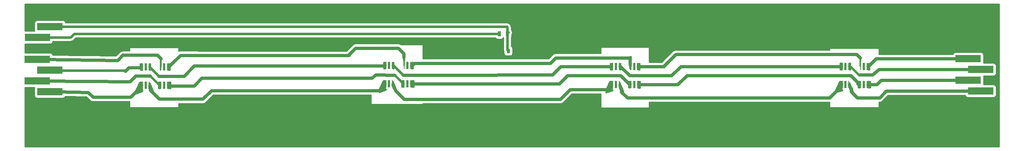
<source format=gtl>
G04 #@! TF.FileFunction,Copper,L1,Top,Signal*
%FSLAX46Y46*%
G04 Gerber Fmt 4.6, Leading zero omitted, Abs format (unit mm)*
G04 Created by KiCad (PCBNEW 4.0.2-stable) date Vendredi 08 juillet 2016 18:35:17*
%MOMM*%
G01*
G04 APERTURE LIST*
%ADD10C,0.100000*%
%ADD11R,0.700000X1.300000*%
%ADD12R,0.800000X1.000000*%
%ADD13R,0.500000X1.800000*%
%ADD14R,0.250000X1.800000*%
%ADD15R,5.970000X1.780000*%
%ADD16C,0.800000*%
%ADD17C,0.300000*%
%ADD18C,0.600000*%
%ADD19C,0.254000*%
G04 APERTURE END LIST*
D10*
D11*
X152640000Y-77650000D03*
X154540000Y-77650000D03*
D12*
X154740000Y-81720000D03*
X157140000Y-81720000D03*
D13*
X73994200Y-85489700D03*
D14*
X74744200Y-85489700D03*
X73244200Y-85489700D03*
D13*
X69694200Y-85489700D03*
D14*
X70444200Y-85489700D03*
X68944200Y-85489700D03*
D13*
X73994200Y-89789700D03*
D14*
X74744200Y-89789700D03*
X73244200Y-89789700D03*
D13*
X69694200Y-89789700D03*
D14*
X70444200Y-89789700D03*
X68944200Y-89789700D03*
D13*
X131076700Y-85153500D03*
D14*
X131826700Y-85153500D03*
X130326700Y-85153500D03*
D13*
X126784100Y-85153500D03*
D14*
X127534100Y-85153500D03*
X126034100Y-85153500D03*
D13*
X131076700Y-89458800D03*
D14*
X131826700Y-89458800D03*
X130326700Y-89458800D03*
D13*
X126784100Y-89458800D03*
D14*
X127534100Y-89458800D03*
X126034100Y-89458800D03*
D13*
X184280000Y-85370000D03*
D14*
X185030000Y-85370000D03*
X183530000Y-85370000D03*
D13*
X180010000Y-85370000D03*
D14*
X180760000Y-85370000D03*
X179260000Y-85370000D03*
D13*
X184300000Y-89660000D03*
D14*
X185050000Y-89660000D03*
X183550000Y-89660000D03*
D13*
X179990000Y-89660000D03*
D14*
X180740000Y-89660000D03*
X179240000Y-89660000D03*
D13*
X238190000Y-85370000D03*
D14*
X238940000Y-85370000D03*
X237440000Y-85370000D03*
D13*
X233890000Y-85360000D03*
D14*
X234640000Y-85360000D03*
X233140000Y-85360000D03*
D13*
X238170000Y-89630000D03*
D14*
X238920000Y-89630000D03*
X237420000Y-89630000D03*
D13*
X233890000Y-89640000D03*
D14*
X234640000Y-89640000D03*
X233140000Y-89640000D03*
D15*
X47165000Y-91300000D03*
X44235000Y-83680000D03*
X44235000Y-88760000D03*
X47165000Y-86220000D03*
X44255000Y-73470000D03*
X44255000Y-78550000D03*
X47185000Y-76010000D03*
X262645000Y-83550000D03*
X265575000Y-91170000D03*
X265575000Y-86090000D03*
X262645000Y-88630000D03*
D16*
X117335300Y-82753200D02*
X117335300Y-82600800D01*
X118884700Y-81051400D02*
X128905000Y-81051400D01*
X130200400Y-83248500D02*
X130200400Y-82346800D01*
X130200400Y-82346800D02*
X128905000Y-81051400D01*
D17*
X75038300Y-85489700D02*
X74744200Y-85489700D01*
X82054700Y-82740500D02*
X82067400Y-82753200D01*
D16*
X77787500Y-82740500D02*
X82054700Y-82740500D01*
X76060300Y-84467700D02*
X77787500Y-82740500D01*
X75038300Y-85489700D02*
X76060300Y-84467700D01*
X82067400Y-82753200D02*
X117335300Y-82753200D01*
X117335300Y-82600800D02*
X118884700Y-81051400D01*
D17*
X130326700Y-85153500D02*
X130326700Y-84073300D01*
X130200400Y-83947000D02*
X130200400Y-83248500D01*
X130200400Y-83248500D02*
X130200400Y-83185000D01*
X130326700Y-84073300D02*
X130200400Y-83947000D01*
D16*
X45700000Y-83720000D02*
X63057800Y-83919300D01*
X72394200Y-82689700D02*
X73244200Y-83539700D01*
D17*
X73244200Y-83539700D02*
X73244200Y-85489700D01*
D16*
X71704200Y-82689700D02*
X72344200Y-82689700D01*
X72344200Y-82689700D02*
X72394200Y-82689700D01*
X64287400Y-82689700D02*
X71704200Y-82689700D01*
X63057800Y-83919300D02*
X64287400Y-82689700D01*
D17*
X73244200Y-85489700D02*
X73244200Y-84229700D01*
X70444200Y-85489700D02*
X70644200Y-85489700D01*
D16*
X72694200Y-87639700D02*
X78644200Y-87639700D01*
D18*
X70794200Y-85639700D02*
X72694200Y-87639700D01*
D16*
X81066900Y-85217000D02*
X78644200Y-87639700D01*
X125590300Y-85217000D02*
X81066900Y-85217000D01*
D17*
X125653800Y-85153500D02*
X125590300Y-85217000D01*
X125653800Y-85153500D02*
X126034100Y-85153500D01*
X70644200Y-85489700D02*
X70794200Y-85639700D01*
D18*
X65020000Y-86325900D02*
X47270900Y-86325900D01*
X47270900Y-86325900D02*
X47165000Y-86220000D01*
D16*
X65706200Y-85639700D02*
X68494200Y-85639700D01*
X64886600Y-86459300D02*
X65020000Y-86325900D01*
X65020000Y-86325900D02*
X65706200Y-85639700D01*
D17*
X68944200Y-85489700D02*
X68494200Y-85639700D01*
D16*
X68494200Y-85639700D02*
X68444200Y-85689700D01*
X123571000Y-87350600D02*
X128067600Y-87390600D01*
D17*
X130073400Y-89458800D02*
X129591600Y-89194000D01*
X129591600Y-89194000D02*
X129591600Y-88914600D01*
D18*
X129591600Y-88914600D02*
X128080300Y-87403300D01*
D16*
X79629000Y-89979500D02*
X80987900Y-89979500D01*
X122796300Y-88125300D02*
X123571000Y-87350600D01*
X82842100Y-88125300D02*
X122796300Y-88125300D01*
X80987900Y-89979500D02*
X82842100Y-88125300D01*
D17*
X130073400Y-89458800D02*
X130326700Y-89458800D01*
D16*
X128067600Y-87390600D02*
X128080300Y-87403300D01*
D17*
X74744200Y-89789700D02*
X74892600Y-89789700D01*
D16*
X75082400Y-89979500D02*
X79629000Y-89979500D01*
X79629000Y-89979500D02*
X79667100Y-89979500D01*
D17*
X74892600Y-89789700D02*
X75082400Y-89979500D01*
D16*
X45700000Y-88760000D02*
X65955300Y-88959300D01*
X65980700Y-88984700D02*
X67335400Y-87630000D01*
X67335400Y-87630000D02*
X70719950Y-87610950D01*
D18*
X70719950Y-87610950D02*
X72879650Y-89770650D01*
D17*
X72879650Y-89770650D02*
X73244200Y-89789700D01*
D16*
X65955300Y-88959300D02*
X65980700Y-88984700D01*
D17*
X126034100Y-89458800D02*
X124802900Y-90690000D01*
D16*
X76187300Y-93052900D02*
X83083400Y-93052900D01*
X72847200Y-93052900D02*
X76187300Y-93052900D01*
X70713600Y-90919300D02*
X72847200Y-93052900D01*
D17*
X70713600Y-90817700D02*
X70713600Y-90919300D01*
X70713600Y-90817700D02*
X70444200Y-90548300D01*
D16*
X85064600Y-91071700D02*
X124802900Y-91071700D01*
X83083400Y-93052900D02*
X85064600Y-91071700D01*
D17*
X124802900Y-91071700D02*
X124802900Y-90690000D01*
X70444200Y-89789700D02*
X70444200Y-90548300D01*
D16*
X45700000Y-91260000D02*
X56166000Y-91459300D01*
X66125500Y-92608400D02*
X67479750Y-91254150D01*
D17*
X67479750Y-91254150D02*
X68944200Y-89789700D01*
D16*
X57315100Y-92608400D02*
X66125500Y-92608400D01*
X56166000Y-91459300D02*
X57315100Y-92608400D01*
D17*
X68934900Y-89789700D02*
X68944200Y-89789700D01*
X183530000Y-85370000D02*
X183530000Y-85220000D01*
X183530000Y-85220000D02*
X183300000Y-84990000D01*
D16*
X183300000Y-84990000D02*
X183300000Y-83550000D01*
X183300000Y-83550000D02*
X183070000Y-83320000D01*
X183070000Y-83320000D02*
X165850000Y-83320000D01*
X165850000Y-83320000D02*
X164562600Y-84607400D01*
X164562600Y-84607400D02*
X139026900Y-84607400D01*
D17*
X131826700Y-85153500D02*
X132168900Y-85153500D01*
D16*
X132715000Y-84607400D02*
X139026900Y-84607400D01*
X132168900Y-85153500D02*
X132715000Y-84607400D01*
D17*
X179260000Y-85370000D02*
X178930000Y-85370000D01*
D16*
X165086700Y-87363300D02*
X167070000Y-85380000D01*
X167070000Y-85380000D02*
X178550000Y-85380000D01*
D17*
X178550000Y-85380000D02*
X178570000Y-85400000D01*
X178570000Y-85400000D02*
X178900000Y-85400000D01*
D16*
X165086700Y-87363300D02*
X138920000Y-87383300D01*
D17*
X178930000Y-85370000D02*
X178900000Y-85400000D01*
X127534100Y-85153500D02*
X127876300Y-85153500D01*
D16*
X130056100Y-87383300D02*
X138920000Y-87383300D01*
X138920000Y-87383300D02*
X139289000Y-87383300D01*
D18*
X127876300Y-85153500D02*
X130056100Y-87383300D01*
D17*
X183020000Y-89420000D02*
X183020000Y-89560000D01*
X132371200Y-89458800D02*
X132380000Y-89450000D01*
D16*
X132380000Y-89450000D02*
X166740000Y-89450000D01*
X166740000Y-89450000D02*
X168680000Y-87510000D01*
X168680000Y-87510000D02*
X181110000Y-87510000D01*
X181110000Y-87510000D02*
X183020000Y-89420000D01*
D17*
X131826700Y-89458800D02*
X132371200Y-89458800D01*
X183120000Y-89660000D02*
X183550000Y-89660000D01*
X183020000Y-89560000D02*
X183120000Y-89660000D01*
D16*
X138240000Y-93065600D02*
X166974400Y-93065600D01*
D17*
X178510000Y-90390000D02*
X179240000Y-89660000D01*
X178510000Y-90400000D02*
X178510000Y-90390000D01*
D16*
X178120000Y-90790000D02*
X178510000Y-90400000D01*
X169250000Y-90790000D02*
X178120000Y-90790000D01*
X166974400Y-93065600D02*
X169250000Y-90790000D01*
D17*
X127534100Y-89458800D02*
X127534100Y-89853200D01*
X127534100Y-89853200D02*
X128270000Y-90589100D01*
X128270000Y-90589100D02*
X128270000Y-91059000D01*
D16*
X128270000Y-91059000D02*
X130276600Y-93065600D01*
X130276600Y-93065600D02*
X138240000Y-93065600D01*
X138240000Y-93065600D02*
X138391900Y-93065600D01*
X191290000Y-85370000D02*
X191290000Y-85270000D01*
D17*
X237290000Y-85220000D02*
X237440000Y-85370000D01*
X237290000Y-83330000D02*
X237290000Y-85220000D01*
D16*
X236460000Y-82500000D02*
X237290000Y-83330000D01*
X194060000Y-82500000D02*
X236460000Y-82500000D01*
X191290000Y-85270000D02*
X194060000Y-82500000D01*
D17*
X185030000Y-85370000D02*
X185410000Y-85370000D01*
D16*
X191290000Y-85370000D02*
X191290000Y-85380000D01*
X185410000Y-85370000D02*
X191290000Y-85370000D01*
X191170000Y-87520000D02*
X193050000Y-87520000D01*
X181030000Y-85370000D02*
X183180000Y-87520000D01*
X183180000Y-87520000D02*
X191170000Y-87520000D01*
D17*
X180760000Y-85370000D02*
X181030000Y-85370000D01*
X232760000Y-85360000D02*
X233140000Y-85360000D01*
X232750000Y-85370000D02*
X232760000Y-85360000D01*
D16*
X195200000Y-85370000D02*
X232750000Y-85370000D01*
X193050000Y-87520000D02*
X195200000Y-85370000D01*
X190960000Y-89660000D02*
X194460000Y-89660000D01*
D17*
X237020000Y-89630000D02*
X237420000Y-89630000D01*
X236770000Y-89420000D02*
X237020000Y-89630000D01*
D16*
X236770000Y-89150000D02*
X236770000Y-89420000D01*
X235080000Y-87510000D02*
X236770000Y-89150000D01*
X196660000Y-87490000D02*
X235080000Y-87510000D01*
X194460000Y-89660000D02*
X196660000Y-87490000D01*
D17*
X185050000Y-89660000D02*
X185380000Y-89660000D01*
D16*
X185380000Y-89660000D02*
X190960000Y-89660000D01*
X190960000Y-89660000D02*
X191120000Y-89660000D01*
D17*
X233140000Y-89640000D02*
X233010000Y-89640000D01*
D16*
X230100000Y-92770000D02*
X232520000Y-90350000D01*
D17*
X232520000Y-90350000D02*
X232520000Y-90130000D01*
X232520000Y-90130000D02*
X232870000Y-89780000D01*
D16*
X230100000Y-92770000D02*
X191080000Y-92770000D01*
D17*
X233010000Y-89640000D02*
X232870000Y-89780000D01*
X180740000Y-89660000D02*
X180740000Y-89990000D01*
X180740000Y-89990000D02*
X181300000Y-90550000D01*
D16*
X181300000Y-90550000D02*
X181300000Y-91380000D01*
X181300000Y-91380000D02*
X182690000Y-92770000D01*
X182690000Y-92770000D02*
X191080000Y-92770000D01*
X191080000Y-92770000D02*
X191220000Y-92770000D01*
D17*
X238940000Y-85370000D02*
X239200000Y-85370000D01*
D16*
X241020000Y-83550000D02*
X262645000Y-83550000D01*
X239200000Y-85370000D02*
X241020000Y-83550000D01*
D17*
X234640000Y-85360000D02*
X235040000Y-85360000D01*
D16*
X237050000Y-87300000D02*
X240240000Y-87300000D01*
X240240000Y-87300000D02*
X241720000Y-86030000D01*
X241720000Y-86030000D02*
X266075000Y-86030000D01*
D17*
X236990000Y-87300000D02*
X237050000Y-87300000D01*
D18*
X235040000Y-85360000D02*
X236990000Y-87300000D01*
D16*
X262645000Y-88630000D02*
X242260000Y-88630000D01*
D17*
X239440000Y-89630000D02*
X238920000Y-89630000D01*
X239450000Y-89640000D02*
X239440000Y-89630000D01*
D16*
X239560000Y-89640000D02*
X239450000Y-89640000D01*
X239580000Y-89660000D02*
X239560000Y-89640000D01*
X241230000Y-89660000D02*
X239580000Y-89660000D01*
X242260000Y-88630000D02*
X241230000Y-89660000D01*
X265575000Y-91170000D02*
X243440000Y-91170000D01*
D17*
X235210000Y-90570000D02*
X234640000Y-90000000D01*
D16*
X235210000Y-91290000D02*
X235210000Y-90570000D01*
X236650000Y-92730000D02*
X235210000Y-91290000D01*
X241880000Y-92730000D02*
X236650000Y-92730000D01*
X243440000Y-91170000D02*
X241880000Y-92730000D01*
D17*
X234640000Y-90000000D02*
X234640000Y-89640000D01*
D18*
X157140000Y-81720000D02*
X157140000Y-76080000D01*
X154530000Y-73470000D02*
X44255000Y-73470000D01*
X157140000Y-76080000D02*
X154530000Y-73470000D01*
X157140000Y-81720000D02*
X157280000Y-81720000D01*
X154540000Y-77650000D02*
X154540000Y-81520000D01*
X154540000Y-81520000D02*
X154740000Y-81720000D01*
X154540000Y-77650000D02*
X154540000Y-76160000D01*
X154390000Y-76010000D02*
X47185000Y-76010000D01*
X154540000Y-76160000D02*
X154390000Y-76010000D01*
X154740000Y-77390000D02*
X154510000Y-77160000D01*
X152640000Y-77650000D02*
X52890000Y-77650000D01*
X51990000Y-78550000D02*
X44255000Y-78550000D01*
X52890000Y-77650000D02*
X51990000Y-78550000D01*
D19*
G36*
X73096760Y-90551000D02*
X72631300Y-90551000D01*
X72631300Y-89014300D01*
X73096760Y-89014300D01*
X73096760Y-90551000D01*
X73096760Y-90551000D01*
G37*
X73096760Y-90551000D02*
X72631300Y-90551000D01*
X72631300Y-89014300D01*
X73096760Y-89014300D01*
X73096760Y-90551000D01*
G36*
X68796760Y-90689700D02*
X68841038Y-90925017D01*
X68947030Y-91089733D01*
X68947754Y-91202711D01*
X67348100Y-91860103D01*
X67348100Y-90973507D01*
X68279038Y-89027000D01*
X68796760Y-89027000D01*
X68796760Y-90689700D01*
X68796760Y-90689700D01*
G37*
X68796760Y-90689700D02*
X68841038Y-90925017D01*
X68947030Y-91089733D01*
X68947754Y-91202711D01*
X67348100Y-91860103D01*
X67348100Y-90973507D01*
X68279038Y-89027000D01*
X68796760Y-89027000D01*
X68796760Y-90689700D01*
G36*
X75311897Y-86245700D02*
X74891640Y-86245700D01*
X74891640Y-84709000D01*
X75322796Y-84709000D01*
X75311897Y-86245700D01*
X75311897Y-86245700D01*
G37*
X75311897Y-86245700D02*
X74891640Y-86245700D01*
X74891640Y-84709000D01*
X75322796Y-84709000D01*
X75311897Y-86245700D01*
G36*
X75488800Y-90563700D02*
X74891640Y-90563700D01*
X74891640Y-89027000D01*
X75488800Y-89027000D01*
X75488800Y-90563700D01*
X75488800Y-90563700D01*
G37*
X75488800Y-90563700D02*
X74891640Y-90563700D01*
X74891640Y-89027000D01*
X75488800Y-89027000D01*
X75488800Y-90563700D01*
G36*
X71440016Y-91349092D02*
X71256740Y-91779391D01*
X70566051Y-90816062D01*
X70591640Y-90689700D01*
X70591640Y-89183501D01*
X71440016Y-91349092D01*
X71440016Y-91349092D01*
G37*
X71440016Y-91349092D02*
X71256740Y-91779391D01*
X70566051Y-90816062D01*
X70591640Y-90689700D01*
X70591640Y-89183501D01*
X71440016Y-91349092D01*
G36*
X125886660Y-85930100D02*
X125455920Y-85930100D01*
X125434104Y-84384100D01*
X125886660Y-84384100D01*
X125886660Y-85930100D01*
X125886660Y-85930100D01*
G37*
X125886660Y-85930100D02*
X125455920Y-85930100D01*
X125434104Y-84384100D01*
X125886660Y-84384100D01*
X125886660Y-85930100D01*
G36*
X130354500Y-83819792D02*
X130230269Y-84001610D01*
X130179260Y-84253500D01*
X130179260Y-84271505D01*
X130068396Y-82933359D01*
X130354500Y-82926762D01*
X130354500Y-83819792D01*
X130354500Y-83819792D01*
G37*
X130354500Y-83819792D02*
X130230269Y-84001610D01*
X130179260Y-84253500D01*
X130179260Y-84271505D01*
X130068396Y-82933359D01*
X130354500Y-82926762D01*
X130354500Y-83819792D01*
G36*
X130179260Y-90220800D02*
X129717800Y-90220800D01*
X129717800Y-88684100D01*
X130179260Y-88684100D01*
X130179260Y-90220800D01*
X130179260Y-90220800D01*
G37*
X130179260Y-90220800D02*
X129717800Y-90220800D01*
X129717800Y-88684100D01*
X130179260Y-88684100D01*
X130179260Y-90220800D01*
G36*
X127865377Y-85940900D02*
X127681540Y-85940900D01*
X127681540Y-84391500D01*
X127887199Y-84391500D01*
X127865377Y-85940900D01*
X127865377Y-85940900D01*
G37*
X127865377Y-85940900D02*
X127681540Y-85940900D01*
X127681540Y-84391500D01*
X127887199Y-84391500D01*
X127865377Y-85940900D01*
G36*
X132398397Y-85915500D02*
X131974140Y-85915500D01*
X131974140Y-84378800D01*
X132409296Y-84378800D01*
X132398397Y-85915500D01*
X132398397Y-85915500D01*
G37*
X132398397Y-85915500D02*
X131974140Y-85915500D01*
X131974140Y-84378800D01*
X132409296Y-84378800D01*
X132398397Y-85915500D01*
G36*
X132575300Y-90233500D02*
X131974140Y-90233500D01*
X131974140Y-88696800D01*
X132575300Y-88696800D01*
X132575300Y-90233500D01*
X132575300Y-90233500D01*
G37*
X132575300Y-90233500D02*
X131974140Y-90233500D01*
X131974140Y-88696800D01*
X132575300Y-88696800D01*
X132575300Y-90233500D01*
G36*
X128526516Y-91018892D02*
X128343240Y-91449191D01*
X127655092Y-90489405D01*
X127681540Y-90358800D01*
X127681540Y-88861980D01*
X128526516Y-91018892D01*
X128526516Y-91018892D01*
G37*
X128526516Y-91018892D02*
X128343240Y-91449191D01*
X127655092Y-90489405D01*
X127681540Y-90358800D01*
X127681540Y-88861980D01*
X128526516Y-91018892D01*
G36*
X235636970Y-91193173D02*
X235454240Y-91622191D01*
X234763410Y-90658664D01*
X234787440Y-90540000D01*
X234787440Y-89138711D01*
X235636970Y-91193173D01*
X235636970Y-91193173D01*
G37*
X235636970Y-91193173D02*
X235454240Y-91622191D01*
X234763410Y-90658664D01*
X234787440Y-90540000D01*
X234787440Y-89138711D01*
X235636970Y-91193173D01*
G36*
X239686300Y-90406500D02*
X239067440Y-90406500D01*
X239067440Y-88869800D01*
X239686300Y-88869800D01*
X239686300Y-90406500D01*
X239686300Y-90406500D01*
G37*
X239686300Y-90406500D02*
X239067440Y-90406500D01*
X239067440Y-88869800D01*
X239686300Y-88869800D01*
X239686300Y-90406500D01*
G36*
X239519397Y-86138500D02*
X239087440Y-86138500D01*
X239087440Y-84601800D01*
X239530296Y-84601800D01*
X239519397Y-86138500D01*
X239519397Y-86138500D01*
G37*
X239519397Y-86138500D02*
X239087440Y-86138500D01*
X239087440Y-84601800D01*
X239530296Y-84601800D01*
X239519397Y-86138500D01*
G36*
X232992560Y-90540000D02*
X233036838Y-90775317D01*
X233144799Y-90943093D01*
X233145299Y-91036803D01*
X231545600Y-91529861D01*
X231545600Y-90816563D01*
X232476753Y-88888651D01*
X232992560Y-88881175D01*
X232992560Y-90540000D01*
X232992560Y-90540000D01*
G37*
X232992560Y-90540000D02*
X233036838Y-90775317D01*
X233144799Y-90943093D01*
X233145299Y-91036803D01*
X231545600Y-91529861D01*
X231545600Y-90816563D01*
X232476753Y-88888651D01*
X232992560Y-88881175D01*
X232992560Y-90540000D01*
G36*
X237272560Y-90393800D02*
X236828800Y-90393800D01*
X236828800Y-88857100D01*
X237272560Y-88857100D01*
X237272560Y-90393800D01*
X237272560Y-90393800D01*
G37*
X237272560Y-90393800D02*
X236828800Y-90393800D01*
X236828800Y-88857100D01*
X237272560Y-88857100D01*
X237272560Y-90393800D01*
G36*
X237435500Y-84083564D02*
X237343569Y-84218110D01*
X237292560Y-84470000D01*
X237292560Y-84642194D01*
X237150986Y-83146322D01*
X237435500Y-83139762D01*
X237435500Y-84083564D01*
X237435500Y-84083564D01*
G37*
X237435500Y-84083564D02*
X237343569Y-84218110D01*
X237292560Y-84470000D01*
X237292560Y-84642194D01*
X237150986Y-83146322D01*
X237435500Y-83139762D01*
X237435500Y-84083564D01*
G36*
X183402560Y-90421900D02*
X182966000Y-90421900D01*
X182966000Y-88885200D01*
X183402560Y-88885200D01*
X183402560Y-90421900D01*
X183402560Y-90421900D01*
G37*
X183402560Y-90421900D02*
X182966000Y-90421900D01*
X182966000Y-88885200D01*
X183402560Y-88885200D01*
X183402560Y-90421900D01*
G36*
X181754518Y-91220456D02*
X181571440Y-91650291D01*
X180865919Y-90666274D01*
X180887440Y-90560000D01*
X180887440Y-89050667D01*
X181754518Y-91220456D01*
X181754518Y-91220456D01*
G37*
X181754518Y-91220456D02*
X181571440Y-91650291D01*
X180865919Y-90666274D01*
X180887440Y-90560000D01*
X180887440Y-89050667D01*
X181754518Y-91220456D01*
G36*
X73250325Y-84187714D02*
X73147769Y-84337810D01*
X73096760Y-84589700D01*
X73096760Y-86273000D01*
X73047000Y-86273000D01*
X73047000Y-83507000D01*
X73252579Y-83507000D01*
X73250325Y-84187714D01*
X73250325Y-84187714D01*
G37*
X73250325Y-84187714D02*
X73147769Y-84337810D01*
X73096760Y-84589700D01*
X73096760Y-86273000D01*
X73047000Y-86273000D01*
X73047000Y-83507000D01*
X73252579Y-83507000D01*
X73250325Y-84187714D01*
G36*
X68796760Y-86273000D02*
X68376300Y-86273000D01*
X68367704Y-84717000D01*
X68796760Y-84717000D01*
X68796760Y-86273000D01*
X68796760Y-86273000D01*
G37*
X68796760Y-86273000D02*
X68376300Y-86273000D01*
X68367704Y-84717000D01*
X68796760Y-84717000D01*
X68796760Y-86273000D01*
G36*
X70794403Y-86263000D02*
X70591640Y-86263000D01*
X70591640Y-84717000D01*
X70811581Y-84717000D01*
X70794403Y-86263000D01*
X70794403Y-86263000D01*
G37*
X70794403Y-86263000D02*
X70591640Y-86263000D01*
X70591640Y-84717000D01*
X70811581Y-84717000D01*
X70794403Y-86263000D01*
G36*
X179112560Y-86143000D02*
X178676296Y-86143000D01*
X178667707Y-84597000D01*
X179112560Y-84597000D01*
X179112560Y-86143000D01*
X179112560Y-86143000D01*
G37*
X179112560Y-86143000D02*
X178676296Y-86143000D01*
X178667707Y-84597000D01*
X179112560Y-84597000D01*
X179112560Y-86143000D01*
G36*
X181113000Y-86143000D02*
X180907440Y-86143000D01*
X180907440Y-84597000D01*
X181113000Y-84597000D01*
X181113000Y-86143000D01*
X181113000Y-86143000D01*
G37*
X181113000Y-86143000D02*
X180907440Y-86143000D01*
X180907440Y-84597000D01*
X181113000Y-84597000D01*
X181113000Y-86143000D01*
G36*
X183533000Y-84072588D02*
X183433569Y-84218110D01*
X183382560Y-84470000D01*
X183382560Y-86037808D01*
X183236426Y-85846322D01*
X183198717Y-83037000D01*
X183533000Y-83037000D01*
X183533000Y-84072588D01*
X183533000Y-84072588D01*
G37*
X183533000Y-84072588D02*
X183433569Y-84218110D01*
X183382560Y-84470000D01*
X183382560Y-86037808D01*
X183236426Y-85846322D01*
X183198717Y-83037000D01*
X183533000Y-83037000D01*
X183533000Y-84072588D01*
G36*
X185623000Y-86143000D02*
X185177440Y-86143000D01*
X185177440Y-84597000D01*
X185623000Y-84597000D01*
X185623000Y-86143000D01*
X185623000Y-86143000D01*
G37*
X185623000Y-86143000D02*
X185177440Y-86143000D01*
X185177440Y-84597000D01*
X185623000Y-84597000D01*
X185623000Y-86143000D01*
G36*
X185633000Y-90433000D02*
X185197440Y-90433000D01*
X185197440Y-88887000D01*
X185633000Y-88887000D01*
X185633000Y-90433000D01*
X185633000Y-90433000D01*
G37*
X185633000Y-90433000D02*
X185197440Y-90433000D01*
X185197440Y-88887000D01*
X185633000Y-88887000D01*
X185633000Y-90433000D01*
G36*
X232992560Y-86133000D02*
X232567000Y-86133000D01*
X232567000Y-84587000D01*
X232992560Y-84587000D01*
X232992560Y-86133000D01*
X232992560Y-86133000D01*
G37*
X232992560Y-86133000D02*
X232567000Y-86133000D01*
X232567000Y-84587000D01*
X232992560Y-84587000D01*
X232992560Y-86133000D01*
G36*
X235073000Y-86133000D02*
X234787440Y-86133000D01*
X234787440Y-84587000D01*
X235073000Y-84587000D01*
X235073000Y-86133000D01*
X235073000Y-86133000D01*
G37*
X235073000Y-86133000D02*
X234787440Y-86133000D01*
X234787440Y-84587000D01*
X235073000Y-84587000D01*
X235073000Y-86133000D01*
G36*
X125886660Y-90358800D02*
X125930938Y-90594117D01*
X126047191Y-90774779D01*
X126047754Y-90862711D01*
X124448100Y-91520103D01*
X124448100Y-90633507D01*
X125379038Y-88687000D01*
X125886660Y-88687000D01*
X125886660Y-90358800D01*
X125886660Y-90358800D01*
G37*
X125886660Y-90358800D02*
X125930938Y-90594117D01*
X126047191Y-90774779D01*
X126047754Y-90862711D01*
X124448100Y-91520103D01*
X124448100Y-90633507D01*
X125379038Y-88687000D01*
X125886660Y-88687000D01*
X125886660Y-90358800D01*
G36*
X179092560Y-90560000D02*
X179136838Y-90795317D01*
X179241994Y-90958734D01*
X179242503Y-91054901D01*
X177642800Y-91547961D01*
X177642800Y-90834407D01*
X178574290Y-88886746D01*
X179092560Y-88879234D01*
X179092560Y-90560000D01*
X179092560Y-90560000D01*
G37*
X179092560Y-90560000D02*
X179136838Y-90795317D01*
X179241994Y-90958734D01*
X179242503Y-91054901D01*
X177642800Y-91547961D01*
X177642800Y-90834407D01*
X178574290Y-88886746D01*
X179092560Y-88879234D01*
X179092560Y-90560000D01*
G36*
X269955000Y-104315000D02*
X41325000Y-104315000D01*
X41325000Y-90297440D01*
X43555354Y-90297440D01*
X43532560Y-90410000D01*
X43532560Y-92190000D01*
X43576838Y-92425317D01*
X43715910Y-92641441D01*
X43928110Y-92786431D01*
X44180000Y-92837440D01*
X50150000Y-92837440D01*
X50385317Y-92793162D01*
X50601441Y-92654090D01*
X50746431Y-92441890D01*
X50756640Y-92391479D01*
X55729157Y-92486169D01*
X56583242Y-93340253D01*
X56583244Y-93340256D01*
X56825097Y-93501856D01*
X56919023Y-93564615D01*
X57315100Y-93643401D01*
X57315105Y-93643400D01*
X65863000Y-93643400D01*
X65863000Y-94910000D01*
X65873006Y-94959410D01*
X65901447Y-95001035D01*
X65943841Y-95028315D01*
X65990000Y-95037000D01*
X77300000Y-95037000D01*
X77349410Y-95026994D01*
X77391035Y-94998553D01*
X77418315Y-94956159D01*
X77427000Y-94910000D01*
X77427000Y-94087900D01*
X83083395Y-94087900D01*
X83083400Y-94087901D01*
X83479477Y-94009115D01*
X83815256Y-93784756D01*
X85493311Y-92106700D01*
X122533000Y-92106700D01*
X122533000Y-94150000D01*
X122543006Y-94199410D01*
X122571447Y-94241035D01*
X122613841Y-94268315D01*
X122660000Y-94277000D01*
X134590000Y-94277000D01*
X134639410Y-94266994D01*
X134681035Y-94238553D01*
X134708315Y-94196159D01*
X134717000Y-94150000D01*
X134717000Y-94100600D01*
X166974395Y-94100600D01*
X166974400Y-94100601D01*
X167370477Y-94021815D01*
X167706256Y-93797456D01*
X169678711Y-91825000D01*
X176453000Y-91825000D01*
X176453000Y-95000000D01*
X176463006Y-95049410D01*
X176491447Y-95091035D01*
X176533841Y-95118315D01*
X176580000Y-95127000D01*
X187650000Y-95127000D01*
X187699410Y-95116994D01*
X187741035Y-95088553D01*
X187768315Y-95046159D01*
X187777000Y-95000000D01*
X187777000Y-93805000D01*
X230099995Y-93805000D01*
X230100000Y-93805001D01*
X230153000Y-93794458D01*
X230153000Y-94940000D01*
X230163006Y-94989410D01*
X230191447Y-95031035D01*
X230233841Y-95058315D01*
X230280000Y-95067000D01*
X241630000Y-95067000D01*
X241679410Y-95056994D01*
X241721035Y-95028553D01*
X241748315Y-94986159D01*
X241757000Y-94940000D01*
X241757000Y-93765000D01*
X241879995Y-93765000D01*
X241880000Y-93765001D01*
X242276077Y-93686215D01*
X242611856Y-93461856D01*
X243868711Y-92205000D01*
X261969844Y-92205000D01*
X261986838Y-92295317D01*
X262125910Y-92511441D01*
X262338110Y-92656431D01*
X262590000Y-92707440D01*
X268560000Y-92707440D01*
X268795317Y-92663162D01*
X269011441Y-92524090D01*
X269156431Y-92311890D01*
X269207440Y-92060000D01*
X269207440Y-90280000D01*
X269163162Y-90044683D01*
X269024090Y-89828559D01*
X268811890Y-89683569D01*
X268560000Y-89632560D01*
X266254646Y-89632560D01*
X266277440Y-89520000D01*
X266277440Y-87740000D01*
X266256260Y-87627440D01*
X268560000Y-87627440D01*
X268795317Y-87583162D01*
X269011441Y-87444090D01*
X269156431Y-87231890D01*
X269207440Y-86980000D01*
X269207440Y-85200000D01*
X269163162Y-84964683D01*
X269024090Y-84748559D01*
X268811890Y-84603569D01*
X268560000Y-84552560D01*
X266254646Y-84552560D01*
X266277440Y-84440000D01*
X266277440Y-82660000D01*
X266233162Y-82424683D01*
X266094090Y-82208559D01*
X265881890Y-82063569D01*
X265630000Y-82012560D01*
X259660000Y-82012560D01*
X259424683Y-82056838D01*
X259208559Y-82195910D01*
X259063569Y-82408110D01*
X259041923Y-82515000D01*
X241757000Y-82515000D01*
X241757000Y-81190000D01*
X241746994Y-81140590D01*
X241718553Y-81098965D01*
X241676159Y-81071685D01*
X241630000Y-81063000D01*
X230280000Y-81063000D01*
X230230590Y-81073006D01*
X230188965Y-81101447D01*
X230161685Y-81143841D01*
X230153000Y-81190000D01*
X230153000Y-81465000D01*
X194060005Y-81465000D01*
X194060000Y-81464999D01*
X193663923Y-81543785D01*
X193328144Y-81768144D01*
X193328142Y-81768147D01*
X190761288Y-84335000D01*
X187777000Y-84335000D01*
X187777000Y-80970000D01*
X187766994Y-80920590D01*
X187738553Y-80878965D01*
X187696159Y-80851685D01*
X187650000Y-80843000D01*
X176580000Y-80843000D01*
X176530590Y-80853006D01*
X176488965Y-80881447D01*
X176461685Y-80923841D01*
X176453000Y-80970000D01*
X176453000Y-82285000D01*
X165850005Y-82285000D01*
X165850000Y-82284999D01*
X165487415Y-82357123D01*
X165453923Y-82363785D01*
X165118144Y-82588144D01*
X165118142Y-82588147D01*
X164133888Y-83572400D01*
X134717000Y-83572400D01*
X134717000Y-80370000D01*
X134706994Y-80320590D01*
X134678553Y-80278965D01*
X134636159Y-80251685D01*
X134590000Y-80243000D01*
X129522299Y-80243000D01*
X129301077Y-80095185D01*
X128905000Y-80016399D01*
X128904995Y-80016400D01*
X118884700Y-80016400D01*
X118488623Y-80095185D01*
X118152844Y-80319544D01*
X118152842Y-80319547D01*
X116754188Y-81718200D01*
X82118547Y-81718200D01*
X82054700Y-81705500D01*
X77787505Y-81705500D01*
X77787500Y-81705499D01*
X77427000Y-81777208D01*
X77427000Y-81030000D01*
X77416994Y-80980590D01*
X77388553Y-80938965D01*
X77346159Y-80911685D01*
X77300000Y-80903000D01*
X65990000Y-80903000D01*
X65940590Y-80913006D01*
X65898965Y-80941447D01*
X65871685Y-80983841D01*
X65863000Y-81030000D01*
X65863000Y-81654700D01*
X64287405Y-81654700D01*
X64287400Y-81654699D01*
X63891323Y-81733485D01*
X63555544Y-81957844D01*
X62634022Y-82879366D01*
X47852320Y-82709644D01*
X47823162Y-82554683D01*
X47684090Y-82338559D01*
X47471890Y-82193569D01*
X47220000Y-82142560D01*
X41325000Y-82142560D01*
X41325000Y-80087440D01*
X47240000Y-80087440D01*
X47475317Y-80043162D01*
X47691441Y-79904090D01*
X47836431Y-79691890D01*
X47878327Y-79485000D01*
X51990000Y-79485000D01*
X52347809Y-79413827D01*
X52651145Y-79211145D01*
X53277290Y-78585000D01*
X151718808Y-78585000D01*
X151825910Y-78751441D01*
X152038110Y-78896431D01*
X152290000Y-78947440D01*
X152990000Y-78947440D01*
X153225317Y-78903162D01*
X153441441Y-78764090D01*
X153586431Y-78551890D01*
X153589081Y-78538803D01*
X153605000Y-78563542D01*
X153605000Y-81520000D01*
X153676173Y-81877809D01*
X153692560Y-81902334D01*
X153692560Y-82220000D01*
X153736838Y-82455317D01*
X153875910Y-82671441D01*
X154088110Y-82816431D01*
X154340000Y-82867440D01*
X155140000Y-82867440D01*
X155375317Y-82823162D01*
X155591441Y-82684090D01*
X155736431Y-82471890D01*
X155787440Y-82220000D01*
X155787440Y-81220000D01*
X155743162Y-80984683D01*
X155604090Y-80768559D01*
X155475000Y-80680356D01*
X155475000Y-78568620D01*
X155486431Y-78551890D01*
X155537440Y-78300000D01*
X155537440Y-77847164D01*
X155603827Y-77747809D01*
X155675000Y-77390000D01*
X155603827Y-77032191D01*
X155519848Y-76906507D01*
X155493162Y-76764683D01*
X155475000Y-76736458D01*
X155475000Y-76160000D01*
X155403827Y-75802191D01*
X155201145Y-75498855D01*
X155051145Y-75348855D01*
X154747809Y-75146173D01*
X154390000Y-75075000D01*
X50808973Y-75075000D01*
X50773162Y-74884683D01*
X50634090Y-74668559D01*
X50421890Y-74523569D01*
X50170000Y-74472560D01*
X44200000Y-74472560D01*
X43964683Y-74516838D01*
X43748559Y-74655910D01*
X43603569Y-74868110D01*
X43552560Y-75120000D01*
X43552560Y-76900000D01*
X43573740Y-77012560D01*
X41325000Y-77012560D01*
X41325000Y-70685000D01*
X269955000Y-70685000D01*
X269955000Y-104315000D01*
X269955000Y-104315000D01*
G37*
X269955000Y-104315000D02*
X41325000Y-104315000D01*
X41325000Y-90297440D01*
X43555354Y-90297440D01*
X43532560Y-90410000D01*
X43532560Y-92190000D01*
X43576838Y-92425317D01*
X43715910Y-92641441D01*
X43928110Y-92786431D01*
X44180000Y-92837440D01*
X50150000Y-92837440D01*
X50385317Y-92793162D01*
X50601441Y-92654090D01*
X50746431Y-92441890D01*
X50756640Y-92391479D01*
X55729157Y-92486169D01*
X56583242Y-93340253D01*
X56583244Y-93340256D01*
X56825097Y-93501856D01*
X56919023Y-93564615D01*
X57315100Y-93643401D01*
X57315105Y-93643400D01*
X65863000Y-93643400D01*
X65863000Y-94910000D01*
X65873006Y-94959410D01*
X65901447Y-95001035D01*
X65943841Y-95028315D01*
X65990000Y-95037000D01*
X77300000Y-95037000D01*
X77349410Y-95026994D01*
X77391035Y-94998553D01*
X77418315Y-94956159D01*
X77427000Y-94910000D01*
X77427000Y-94087900D01*
X83083395Y-94087900D01*
X83083400Y-94087901D01*
X83479477Y-94009115D01*
X83815256Y-93784756D01*
X85493311Y-92106700D01*
X122533000Y-92106700D01*
X122533000Y-94150000D01*
X122543006Y-94199410D01*
X122571447Y-94241035D01*
X122613841Y-94268315D01*
X122660000Y-94277000D01*
X134590000Y-94277000D01*
X134639410Y-94266994D01*
X134681035Y-94238553D01*
X134708315Y-94196159D01*
X134717000Y-94150000D01*
X134717000Y-94100600D01*
X166974395Y-94100600D01*
X166974400Y-94100601D01*
X167370477Y-94021815D01*
X167706256Y-93797456D01*
X169678711Y-91825000D01*
X176453000Y-91825000D01*
X176453000Y-95000000D01*
X176463006Y-95049410D01*
X176491447Y-95091035D01*
X176533841Y-95118315D01*
X176580000Y-95127000D01*
X187650000Y-95127000D01*
X187699410Y-95116994D01*
X187741035Y-95088553D01*
X187768315Y-95046159D01*
X187777000Y-95000000D01*
X187777000Y-93805000D01*
X230099995Y-93805000D01*
X230100000Y-93805001D01*
X230153000Y-93794458D01*
X230153000Y-94940000D01*
X230163006Y-94989410D01*
X230191447Y-95031035D01*
X230233841Y-95058315D01*
X230280000Y-95067000D01*
X241630000Y-95067000D01*
X241679410Y-95056994D01*
X241721035Y-95028553D01*
X241748315Y-94986159D01*
X241757000Y-94940000D01*
X241757000Y-93765000D01*
X241879995Y-93765000D01*
X241880000Y-93765001D01*
X242276077Y-93686215D01*
X242611856Y-93461856D01*
X243868711Y-92205000D01*
X261969844Y-92205000D01*
X261986838Y-92295317D01*
X262125910Y-92511441D01*
X262338110Y-92656431D01*
X262590000Y-92707440D01*
X268560000Y-92707440D01*
X268795317Y-92663162D01*
X269011441Y-92524090D01*
X269156431Y-92311890D01*
X269207440Y-92060000D01*
X269207440Y-90280000D01*
X269163162Y-90044683D01*
X269024090Y-89828559D01*
X268811890Y-89683569D01*
X268560000Y-89632560D01*
X266254646Y-89632560D01*
X266277440Y-89520000D01*
X266277440Y-87740000D01*
X266256260Y-87627440D01*
X268560000Y-87627440D01*
X268795317Y-87583162D01*
X269011441Y-87444090D01*
X269156431Y-87231890D01*
X269207440Y-86980000D01*
X269207440Y-85200000D01*
X269163162Y-84964683D01*
X269024090Y-84748559D01*
X268811890Y-84603569D01*
X268560000Y-84552560D01*
X266254646Y-84552560D01*
X266277440Y-84440000D01*
X266277440Y-82660000D01*
X266233162Y-82424683D01*
X266094090Y-82208559D01*
X265881890Y-82063569D01*
X265630000Y-82012560D01*
X259660000Y-82012560D01*
X259424683Y-82056838D01*
X259208559Y-82195910D01*
X259063569Y-82408110D01*
X259041923Y-82515000D01*
X241757000Y-82515000D01*
X241757000Y-81190000D01*
X241746994Y-81140590D01*
X241718553Y-81098965D01*
X241676159Y-81071685D01*
X241630000Y-81063000D01*
X230280000Y-81063000D01*
X230230590Y-81073006D01*
X230188965Y-81101447D01*
X230161685Y-81143841D01*
X230153000Y-81190000D01*
X230153000Y-81465000D01*
X194060005Y-81465000D01*
X194060000Y-81464999D01*
X193663923Y-81543785D01*
X193328144Y-81768144D01*
X193328142Y-81768147D01*
X190761288Y-84335000D01*
X187777000Y-84335000D01*
X187777000Y-80970000D01*
X187766994Y-80920590D01*
X187738553Y-80878965D01*
X187696159Y-80851685D01*
X187650000Y-80843000D01*
X176580000Y-80843000D01*
X176530590Y-80853006D01*
X176488965Y-80881447D01*
X176461685Y-80923841D01*
X176453000Y-80970000D01*
X176453000Y-82285000D01*
X165850005Y-82285000D01*
X165850000Y-82284999D01*
X165487415Y-82357123D01*
X165453923Y-82363785D01*
X165118144Y-82588144D01*
X165118142Y-82588147D01*
X164133888Y-83572400D01*
X134717000Y-83572400D01*
X134717000Y-80370000D01*
X134706994Y-80320590D01*
X134678553Y-80278965D01*
X134636159Y-80251685D01*
X134590000Y-80243000D01*
X129522299Y-80243000D01*
X129301077Y-80095185D01*
X128905000Y-80016399D01*
X128904995Y-80016400D01*
X118884700Y-80016400D01*
X118488623Y-80095185D01*
X118152844Y-80319544D01*
X118152842Y-80319547D01*
X116754188Y-81718200D01*
X82118547Y-81718200D01*
X82054700Y-81705500D01*
X77787505Y-81705500D01*
X77787500Y-81705499D01*
X77427000Y-81777208D01*
X77427000Y-81030000D01*
X77416994Y-80980590D01*
X77388553Y-80938965D01*
X77346159Y-80911685D01*
X77300000Y-80903000D01*
X65990000Y-80903000D01*
X65940590Y-80913006D01*
X65898965Y-80941447D01*
X65871685Y-80983841D01*
X65863000Y-81030000D01*
X65863000Y-81654700D01*
X64287405Y-81654700D01*
X64287400Y-81654699D01*
X63891323Y-81733485D01*
X63555544Y-81957844D01*
X62634022Y-82879366D01*
X47852320Y-82709644D01*
X47823162Y-82554683D01*
X47684090Y-82338559D01*
X47471890Y-82193569D01*
X47220000Y-82142560D01*
X41325000Y-82142560D01*
X41325000Y-80087440D01*
X47240000Y-80087440D01*
X47475317Y-80043162D01*
X47691441Y-79904090D01*
X47836431Y-79691890D01*
X47878327Y-79485000D01*
X51990000Y-79485000D01*
X52347809Y-79413827D01*
X52651145Y-79211145D01*
X53277290Y-78585000D01*
X151718808Y-78585000D01*
X151825910Y-78751441D01*
X152038110Y-78896431D01*
X152290000Y-78947440D01*
X152990000Y-78947440D01*
X153225317Y-78903162D01*
X153441441Y-78764090D01*
X153586431Y-78551890D01*
X153589081Y-78538803D01*
X153605000Y-78563542D01*
X153605000Y-81520000D01*
X153676173Y-81877809D01*
X153692560Y-81902334D01*
X153692560Y-82220000D01*
X153736838Y-82455317D01*
X153875910Y-82671441D01*
X154088110Y-82816431D01*
X154340000Y-82867440D01*
X155140000Y-82867440D01*
X155375317Y-82823162D01*
X155591441Y-82684090D01*
X155736431Y-82471890D01*
X155787440Y-82220000D01*
X155787440Y-81220000D01*
X155743162Y-80984683D01*
X155604090Y-80768559D01*
X155475000Y-80680356D01*
X155475000Y-78568620D01*
X155486431Y-78551890D01*
X155537440Y-78300000D01*
X155537440Y-77847164D01*
X155603827Y-77747809D01*
X155675000Y-77390000D01*
X155603827Y-77032191D01*
X155519848Y-76906507D01*
X155493162Y-76764683D01*
X155475000Y-76736458D01*
X155475000Y-76160000D01*
X155403827Y-75802191D01*
X155201145Y-75498855D01*
X155051145Y-75348855D01*
X154747809Y-75146173D01*
X154390000Y-75075000D01*
X50808973Y-75075000D01*
X50773162Y-74884683D01*
X50634090Y-74668559D01*
X50421890Y-74523569D01*
X50170000Y-74472560D01*
X44200000Y-74472560D01*
X43964683Y-74516838D01*
X43748559Y-74655910D01*
X43603569Y-74868110D01*
X43552560Y-75120000D01*
X43552560Y-76900000D01*
X43573740Y-77012560D01*
X41325000Y-77012560D01*
X41325000Y-70685000D01*
X269955000Y-70685000D01*
X269955000Y-104315000D01*
M02*

</source>
